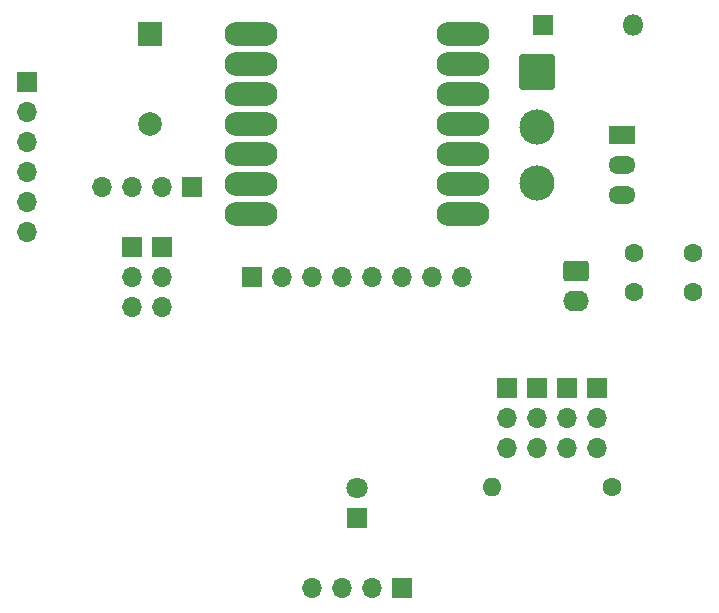
<source format=gbr>
%TF.GenerationSoftware,KiCad,Pcbnew,8.0.8*%
%TF.CreationDate,2025-02-10T09:37:57+01:00*%
%TF.ProjectId,Otto-ESP32-XIAO-Lite,4f74746f-2d45-4535-9033-322d5849414f,1.0*%
%TF.SameCoordinates,Original*%
%TF.FileFunction,Soldermask,Top*%
%TF.FilePolarity,Negative*%
%FSLAX46Y46*%
G04 Gerber Fmt 4.6, Leading zero omitted, Abs format (unit mm)*
G04 Created by KiCad (PCBNEW 8.0.8) date 2025-02-10 09:37:57*
%MOMM*%
%LPD*%
G01*
G04 APERTURE LIST*
G04 Aperture macros list*
%AMRoundRect*
0 Rectangle with rounded corners*
0 $1 Rounding radius*
0 $2 $3 $4 $5 $6 $7 $8 $9 X,Y pos of 4 corners*
0 Add a 4 corners polygon primitive as box body*
4,1,4,$2,$3,$4,$5,$6,$7,$8,$9,$2,$3,0*
0 Add four circle primitives for the rounded corners*
1,1,$1+$1,$2,$3*
1,1,$1+$1,$4,$5*
1,1,$1+$1,$6,$7*
1,1,$1+$1,$8,$9*
0 Add four rect primitives between the rounded corners*
20,1,$1+$1,$2,$3,$4,$5,0*
20,1,$1+$1,$4,$5,$6,$7,0*
20,1,$1+$1,$6,$7,$8,$9,0*
20,1,$1+$1,$8,$9,$2,$3,0*%
G04 Aperture macros list end*
%ADD10R,1.700000X1.700000*%
%ADD11O,1.700000X1.700000*%
%ADD12R,1.800000X1.800000*%
%ADD13O,1.800000X1.800000*%
%ADD14C,1.600000*%
%ADD15O,1.600000X1.600000*%
%ADD16RoundRect,0.250000X-0.845000X0.620000X-0.845000X-0.620000X0.845000X-0.620000X0.845000X0.620000X0*%
%ADD17O,2.190000X1.740000*%
%ADD18R,2.300000X1.500000*%
%ADD19O,2.300000X1.500000*%
%ADD20RoundRect,1.000000X-1.250000X-0.000010X1.250000X-0.000010X1.250000X0.000010X-1.250000X0.000010X0*%
%ADD21C,1.800000*%
%ADD22RoundRect,0.102000X1.387500X1.387500X-1.387500X1.387500X-1.387500X-1.387500X1.387500X-1.387500X0*%
%ADD23C,2.979000*%
%ADD24R,2.000000X2.000000*%
%ADD25C,2.000000*%
G04 APERTURE END LIST*
D10*
%TO.C,J5*%
X56916346Y-90126000D03*
D11*
X56916346Y-92666000D03*
X56916346Y-95206000D03*
%TD*%
D10*
%TO.C,J8*%
X45486346Y-76156000D03*
D11*
X45486346Y-78696000D03*
X45486346Y-81236000D03*
X45486346Y-83776000D03*
X45486346Y-86316000D03*
X45486346Y-88856000D03*
%TD*%
D12*
%TO.C,D4*%
X89174346Y-71330000D03*
D13*
X96794346Y-71330000D03*
%TD*%
D10*
%TO.C,J4*%
X86126346Y-102064000D03*
D11*
X86126346Y-104604000D03*
X86126346Y-107144000D03*
%TD*%
D14*
%TO.C,C3*%
X101834346Y-90634000D03*
X96834346Y-90634000D03*
%TD*%
%TO.C,R1*%
X95016346Y-110446000D03*
D15*
X84856346Y-110446000D03*
%TD*%
D10*
%TO.C,J6*%
X54376346Y-90126000D03*
D11*
X54376346Y-92666000D03*
X54376346Y-95206000D03*
%TD*%
D16*
%TO.C,J10*%
X91955312Y-92158000D03*
D17*
X91955312Y-94698000D03*
%TD*%
D18*
%TO.C,U2*%
X95856846Y-80567000D03*
D19*
X95856846Y-83107000D03*
X95856846Y-85646999D03*
%TD*%
D10*
%TO.C,J2*%
X91206346Y-102064000D03*
D11*
X91206346Y-104604000D03*
X91206346Y-107144000D03*
%TD*%
D10*
%TO.C,J3*%
X88666346Y-102064000D03*
D11*
X88666346Y-104604000D03*
X88666346Y-107144000D03*
%TD*%
D10*
%TO.C,J1*%
X93746346Y-102064000D03*
D11*
X93746346Y-104604000D03*
X93746346Y-107144000D03*
%TD*%
D20*
%TO.C,U1*%
X64468846Y-72015250D03*
X64468846Y-74555250D03*
X64468846Y-77095250D03*
X64468846Y-79635250D03*
X64468846Y-82175250D03*
X64468846Y-84715250D03*
X64468846Y-87255250D03*
X82383846Y-87255250D03*
X82383846Y-84715250D03*
X82383846Y-82175250D03*
X82383846Y-79635250D03*
X82383846Y-77095250D03*
X82383846Y-74555250D03*
X82383846Y-72015250D03*
%TD*%
D10*
%TO.C,J13*%
X64536345Y-92666000D03*
D11*
X67076345Y-92666000D03*
X69616344Y-92666000D03*
X72156345Y-92666000D03*
X74696345Y-92666000D03*
X77236345Y-92666000D03*
X79776345Y-92666000D03*
X82316346Y-92666000D03*
%TD*%
D14*
%TO.C,C4*%
X101834346Y-93936000D03*
X96834346Y-93936000D03*
%TD*%
D12*
%TO.C,D1*%
X73426346Y-113016000D03*
D21*
X73426346Y-110476000D03*
%TD*%
D10*
%TO.C,J12*%
X59446346Y-85021000D03*
D11*
X56906346Y-85021000D03*
X54366347Y-85021000D03*
X51826346Y-85021000D03*
%TD*%
D10*
%TO.C,J7*%
X77226346Y-118991000D03*
D11*
X74686346Y-118991000D03*
X72146346Y-118991000D03*
X69606346Y-118991000D03*
%TD*%
D22*
%TO.C,SW1*%
X88666346Y-75266000D03*
D23*
X88666346Y-79966000D03*
X88666346Y-84666000D03*
%TD*%
D24*
%TO.C,BZ1*%
X55900346Y-72092000D03*
D25*
X55900346Y-79692000D03*
%TD*%
M02*

</source>
